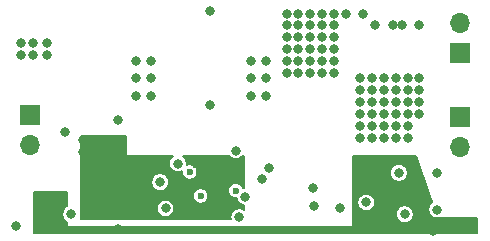
<source format=gbr>
G04 #@! TF.GenerationSoftware,KiCad,Pcbnew,(5.1.2)-2*
G04 #@! TF.CreationDate,2021-10-19T00:11:07+01:00*
G04 #@! TF.ProjectId,HVDCDC,48564443-4443-42e6-9b69-6361645f7063,rev?*
G04 #@! TF.SameCoordinates,Original*
G04 #@! TF.FileFunction,Copper,L3,Inr*
G04 #@! TF.FilePolarity,Positive*
%FSLAX46Y46*%
G04 Gerber Fmt 4.6, Leading zero omitted, Abs format (unit mm)*
G04 Created by KiCad (PCBNEW (5.1.2)-2) date 2021-10-19 00:11:07*
%MOMM*%
%LPD*%
G04 APERTURE LIST*
%ADD10O,1.700000X1.700000*%
%ADD11R,1.700000X1.700000*%
%ADD12C,0.800000*%
%ADD13C,0.600000*%
%ADD14C,0.200000*%
G04 APERTURE END LIST*
D10*
X150200000Y-72340000D03*
D11*
X150200000Y-69800000D03*
D10*
X113800000Y-72140000D03*
D11*
X113800000Y-69600000D03*
D10*
X150200000Y-61810000D03*
D11*
X150200000Y-64350000D03*
D12*
X145250000Y-62000000D03*
X146750000Y-62000000D03*
X144500000Y-62000000D03*
X143000000Y-62000000D03*
X122750000Y-68000000D03*
X122750000Y-66500000D03*
X122750000Y-65000000D03*
X124000000Y-68000000D03*
X124000000Y-66500000D03*
X124000000Y-65000000D03*
X133750000Y-68000000D03*
X132500000Y-68000000D03*
X132500000Y-66500000D03*
X133750000Y-66500000D03*
X133750000Y-65000000D03*
X132500000Y-65000000D03*
X137500000Y-64000000D03*
X136500000Y-64000000D03*
X136500000Y-63000000D03*
X137500000Y-63000000D03*
X138500000Y-63000000D03*
X138500000Y-64000000D03*
X138500000Y-65000000D03*
X137500000Y-65000000D03*
X136500000Y-65000000D03*
X139500000Y-65000000D03*
X139500000Y-64000000D03*
X139500000Y-63000000D03*
X139500000Y-62000000D03*
X138500000Y-62000000D03*
X137500000Y-62000000D03*
X136500000Y-62000000D03*
X139500000Y-61000000D03*
X138500000Y-61000000D03*
X137500000Y-61000000D03*
X136500000Y-61000000D03*
X144750000Y-70500000D03*
X143750000Y-70500000D03*
X142750000Y-70500000D03*
X141750000Y-70500000D03*
X141750000Y-69500000D03*
X142750000Y-69500000D03*
X143750000Y-69500000D03*
X144750000Y-69500000D03*
X145750000Y-69500000D03*
X145750000Y-68500000D03*
X144750000Y-68500000D03*
X143750000Y-68500000D03*
X142750000Y-68500000D03*
X141750000Y-68500000D03*
X141750000Y-67500000D03*
X142750000Y-67500000D03*
X143750000Y-67500000D03*
X144750000Y-67500000D03*
X118250000Y-72750000D03*
X119250000Y-72750000D03*
X120250000Y-72750000D03*
X121250000Y-72750000D03*
X121250000Y-71750000D03*
X120250000Y-71750000D03*
X119250000Y-71750000D03*
X118250000Y-71750000D03*
X117250000Y-78000000D03*
X113000000Y-64500000D03*
X114000000Y-64500000D03*
X115250000Y-64500000D03*
X115250000Y-63500000D03*
X114000000Y-63500000D03*
X113000000Y-63500000D03*
X142000000Y-61000000D03*
X142250000Y-77000000D03*
X125250000Y-77500000D03*
X121250000Y-70000000D03*
X140000000Y-77500000D03*
X148250000Y-74500000D03*
X148239168Y-77599084D03*
X116750000Y-71062510D03*
X112625000Y-79000000D03*
X145000000Y-74500000D03*
X126300000Y-73700004D03*
D13*
X131200000Y-75999999D03*
X127300243Y-74424696D03*
D12*
X131199985Y-72600000D03*
X142000000Y-74000000D03*
X115000000Y-76750000D03*
X121250000Y-79250000D03*
X147900000Y-79375000D03*
X131500000Y-78250016D03*
X145500000Y-78000000D03*
X120000000Y-77000000D03*
X122750000Y-77049968D03*
D13*
X127800000Y-73800000D03*
X131211107Y-75094587D03*
D12*
X141750000Y-66500000D03*
X142750000Y-66500000D03*
X143750000Y-66500000D03*
X144750000Y-66500000D03*
X145750000Y-66500000D03*
X146750000Y-66500000D03*
X146750000Y-67500000D03*
X145750000Y-67500000D03*
X146750000Y-68500000D03*
X146750000Y-69500000D03*
X145750000Y-70500000D03*
X141750000Y-71500000D03*
X142750000Y-71500000D03*
X143750000Y-71500000D03*
X144750000Y-71500000D03*
X145750000Y-71500000D03*
X133450000Y-75040000D03*
X134000000Y-74069998D03*
X132008326Y-76504231D03*
X124787500Y-75287500D03*
D13*
X128225000Y-76460692D03*
D12*
X137750000Y-75750000D03*
X137792659Y-77292663D03*
X135500000Y-61000000D03*
X140500000Y-61000000D03*
X135500000Y-62000000D03*
X139500000Y-66000000D03*
X138500000Y-66000000D03*
X137500000Y-66000000D03*
X136500000Y-66000000D03*
X135500000Y-66000000D03*
X135500000Y-63000000D03*
X135500000Y-64000000D03*
X135500000Y-65000000D03*
X129000000Y-60750000D03*
X129000000Y-68750000D03*
D14*
G36*
X121900000Y-73000000D02*
G01*
X121901921Y-73019509D01*
X121907612Y-73038268D01*
X121916853Y-73055557D01*
X121929289Y-73070711D01*
X121944443Y-73083147D01*
X121961732Y-73092388D01*
X121980491Y-73098079D01*
X122000000Y-73100000D01*
X125848005Y-73100000D01*
X125821903Y-73117441D01*
X125717437Y-73221907D01*
X125635359Y-73344746D01*
X125578822Y-73481237D01*
X125550000Y-73626135D01*
X125550000Y-73773873D01*
X125578822Y-73918771D01*
X125635359Y-74055262D01*
X125717437Y-74178101D01*
X125821903Y-74282567D01*
X125944742Y-74364645D01*
X126081233Y-74421182D01*
X126226131Y-74450004D01*
X126373869Y-74450004D01*
X126518767Y-74421182D01*
X126650243Y-74366722D01*
X126650243Y-74488715D01*
X126675222Y-74614294D01*
X126724221Y-74732586D01*
X126795355Y-74839047D01*
X126885892Y-74929584D01*
X126992353Y-75000718D01*
X127110645Y-75049717D01*
X127236224Y-75074696D01*
X127364262Y-75074696D01*
X127489841Y-75049717D01*
X127608133Y-75000718D01*
X127714594Y-74929584D01*
X127805131Y-74839047D01*
X127876265Y-74732586D01*
X127925264Y-74614294D01*
X127950243Y-74488715D01*
X127950243Y-74360677D01*
X127925264Y-74235098D01*
X127876265Y-74116806D01*
X127805131Y-74010345D01*
X127714594Y-73919808D01*
X127608133Y-73848674D01*
X127489841Y-73799675D01*
X127364262Y-73774696D01*
X127236224Y-73774696D01*
X127110645Y-73799675D01*
X127038961Y-73829368D01*
X127050000Y-73773873D01*
X127050000Y-73626135D01*
X127021178Y-73481237D01*
X126964641Y-73344746D01*
X126882563Y-73221907D01*
X126778097Y-73117441D01*
X126751995Y-73100000D01*
X130639325Y-73100000D01*
X130721888Y-73182563D01*
X130844727Y-73264641D01*
X130981218Y-73321178D01*
X131126116Y-73350000D01*
X131273854Y-73350000D01*
X131418752Y-73321178D01*
X131555243Y-73264641D01*
X131678082Y-73182563D01*
X131760645Y-73100000D01*
X131900000Y-73100000D01*
X131900000Y-75761085D01*
X131811856Y-75778618D01*
X131776022Y-75692109D01*
X131704888Y-75585648D01*
X131614351Y-75495111D01*
X131507890Y-75423977D01*
X131389598Y-75374978D01*
X131264019Y-75349999D01*
X131135981Y-75349999D01*
X131010402Y-75374978D01*
X130892110Y-75423977D01*
X130785649Y-75495111D01*
X130695112Y-75585648D01*
X130623978Y-75692109D01*
X130574979Y-75810401D01*
X130550000Y-75935980D01*
X130550000Y-76064018D01*
X130574979Y-76189597D01*
X130623978Y-76307889D01*
X130695112Y-76414350D01*
X130785649Y-76504887D01*
X130892110Y-76576021D01*
X131010402Y-76625020D01*
X131135981Y-76649999D01*
X131264019Y-76649999D01*
X131272300Y-76648352D01*
X131287148Y-76722998D01*
X131343685Y-76859489D01*
X131425763Y-76982328D01*
X131530229Y-77086794D01*
X131653068Y-77168872D01*
X131789559Y-77225409D01*
X131900000Y-77247377D01*
X131900000Y-77615271D01*
X131855258Y-77585375D01*
X131718767Y-77528838D01*
X131573869Y-77500016D01*
X131426131Y-77500016D01*
X131281233Y-77528838D01*
X131144742Y-77585375D01*
X131021903Y-77667453D01*
X130917437Y-77771919D01*
X130835359Y-77894758D01*
X130778822Y-78031249D01*
X130750000Y-78176147D01*
X130750000Y-78323885D01*
X130765140Y-78400000D01*
X118100000Y-78400000D01*
X118100000Y-77426131D01*
X124500000Y-77426131D01*
X124500000Y-77573869D01*
X124528822Y-77718767D01*
X124585359Y-77855258D01*
X124667437Y-77978097D01*
X124771903Y-78082563D01*
X124894742Y-78164641D01*
X125031233Y-78221178D01*
X125176131Y-78250000D01*
X125323869Y-78250000D01*
X125468767Y-78221178D01*
X125605258Y-78164641D01*
X125728097Y-78082563D01*
X125832563Y-77978097D01*
X125914641Y-77855258D01*
X125971178Y-77718767D01*
X126000000Y-77573869D01*
X126000000Y-77426131D01*
X125971178Y-77281233D01*
X125914641Y-77144742D01*
X125832563Y-77021903D01*
X125728097Y-76917437D01*
X125605258Y-76835359D01*
X125468767Y-76778822D01*
X125323869Y-76750000D01*
X125176131Y-76750000D01*
X125031233Y-76778822D01*
X124894742Y-76835359D01*
X124771903Y-76917437D01*
X124667437Y-77021903D01*
X124585359Y-77144742D01*
X124528822Y-77281233D01*
X124500000Y-77426131D01*
X118100000Y-77426131D01*
X118100000Y-76396673D01*
X127575000Y-76396673D01*
X127575000Y-76524711D01*
X127599979Y-76650290D01*
X127648978Y-76768582D01*
X127720112Y-76875043D01*
X127810649Y-76965580D01*
X127917110Y-77036714D01*
X128035402Y-77085713D01*
X128160981Y-77110692D01*
X128289019Y-77110692D01*
X128414598Y-77085713D01*
X128532890Y-77036714D01*
X128639351Y-76965580D01*
X128729888Y-76875043D01*
X128801022Y-76768582D01*
X128850021Y-76650290D01*
X128875000Y-76524711D01*
X128875000Y-76396673D01*
X128850021Y-76271094D01*
X128801022Y-76152802D01*
X128729888Y-76046341D01*
X128639351Y-75955804D01*
X128532890Y-75884670D01*
X128414598Y-75835671D01*
X128289019Y-75810692D01*
X128160981Y-75810692D01*
X128035402Y-75835671D01*
X127917110Y-75884670D01*
X127810649Y-75955804D01*
X127720112Y-76046341D01*
X127648978Y-76152802D01*
X127599979Y-76271094D01*
X127575000Y-76396673D01*
X118100000Y-76396673D01*
X118100000Y-75213631D01*
X124037500Y-75213631D01*
X124037500Y-75361369D01*
X124066322Y-75506267D01*
X124122859Y-75642758D01*
X124204937Y-75765597D01*
X124309403Y-75870063D01*
X124432242Y-75952141D01*
X124568733Y-76008678D01*
X124713631Y-76037500D01*
X124861369Y-76037500D01*
X125006267Y-76008678D01*
X125142758Y-75952141D01*
X125265597Y-75870063D01*
X125370063Y-75765597D01*
X125452141Y-75642758D01*
X125508678Y-75506267D01*
X125537500Y-75361369D01*
X125537500Y-75213631D01*
X125508678Y-75068733D01*
X125452141Y-74932242D01*
X125370063Y-74809403D01*
X125265597Y-74704937D01*
X125142758Y-74622859D01*
X125006267Y-74566322D01*
X124861369Y-74537500D01*
X124713631Y-74537500D01*
X124568733Y-74566322D01*
X124432242Y-74622859D01*
X124309403Y-74704937D01*
X124204937Y-74809403D01*
X124122859Y-74932242D01*
X124066322Y-75068733D01*
X124037500Y-75213631D01*
X118100000Y-75213631D01*
X118100000Y-71350000D01*
X121900000Y-71350000D01*
X121900000Y-73000000D01*
X121900000Y-73000000D01*
G37*
X121900000Y-73000000D02*
X121901921Y-73019509D01*
X121907612Y-73038268D01*
X121916853Y-73055557D01*
X121929289Y-73070711D01*
X121944443Y-73083147D01*
X121961732Y-73092388D01*
X121980491Y-73098079D01*
X122000000Y-73100000D01*
X125848005Y-73100000D01*
X125821903Y-73117441D01*
X125717437Y-73221907D01*
X125635359Y-73344746D01*
X125578822Y-73481237D01*
X125550000Y-73626135D01*
X125550000Y-73773873D01*
X125578822Y-73918771D01*
X125635359Y-74055262D01*
X125717437Y-74178101D01*
X125821903Y-74282567D01*
X125944742Y-74364645D01*
X126081233Y-74421182D01*
X126226131Y-74450004D01*
X126373869Y-74450004D01*
X126518767Y-74421182D01*
X126650243Y-74366722D01*
X126650243Y-74488715D01*
X126675222Y-74614294D01*
X126724221Y-74732586D01*
X126795355Y-74839047D01*
X126885892Y-74929584D01*
X126992353Y-75000718D01*
X127110645Y-75049717D01*
X127236224Y-75074696D01*
X127364262Y-75074696D01*
X127489841Y-75049717D01*
X127608133Y-75000718D01*
X127714594Y-74929584D01*
X127805131Y-74839047D01*
X127876265Y-74732586D01*
X127925264Y-74614294D01*
X127950243Y-74488715D01*
X127950243Y-74360677D01*
X127925264Y-74235098D01*
X127876265Y-74116806D01*
X127805131Y-74010345D01*
X127714594Y-73919808D01*
X127608133Y-73848674D01*
X127489841Y-73799675D01*
X127364262Y-73774696D01*
X127236224Y-73774696D01*
X127110645Y-73799675D01*
X127038961Y-73829368D01*
X127050000Y-73773873D01*
X127050000Y-73626135D01*
X127021178Y-73481237D01*
X126964641Y-73344746D01*
X126882563Y-73221907D01*
X126778097Y-73117441D01*
X126751995Y-73100000D01*
X130639325Y-73100000D01*
X130721888Y-73182563D01*
X130844727Y-73264641D01*
X130981218Y-73321178D01*
X131126116Y-73350000D01*
X131273854Y-73350000D01*
X131418752Y-73321178D01*
X131555243Y-73264641D01*
X131678082Y-73182563D01*
X131760645Y-73100000D01*
X131900000Y-73100000D01*
X131900000Y-75761085D01*
X131811856Y-75778618D01*
X131776022Y-75692109D01*
X131704888Y-75585648D01*
X131614351Y-75495111D01*
X131507890Y-75423977D01*
X131389598Y-75374978D01*
X131264019Y-75349999D01*
X131135981Y-75349999D01*
X131010402Y-75374978D01*
X130892110Y-75423977D01*
X130785649Y-75495111D01*
X130695112Y-75585648D01*
X130623978Y-75692109D01*
X130574979Y-75810401D01*
X130550000Y-75935980D01*
X130550000Y-76064018D01*
X130574979Y-76189597D01*
X130623978Y-76307889D01*
X130695112Y-76414350D01*
X130785649Y-76504887D01*
X130892110Y-76576021D01*
X131010402Y-76625020D01*
X131135981Y-76649999D01*
X131264019Y-76649999D01*
X131272300Y-76648352D01*
X131287148Y-76722998D01*
X131343685Y-76859489D01*
X131425763Y-76982328D01*
X131530229Y-77086794D01*
X131653068Y-77168872D01*
X131789559Y-77225409D01*
X131900000Y-77247377D01*
X131900000Y-77615271D01*
X131855258Y-77585375D01*
X131718767Y-77528838D01*
X131573869Y-77500016D01*
X131426131Y-77500016D01*
X131281233Y-77528838D01*
X131144742Y-77585375D01*
X131021903Y-77667453D01*
X130917437Y-77771919D01*
X130835359Y-77894758D01*
X130778822Y-78031249D01*
X130750000Y-78176147D01*
X130750000Y-78323885D01*
X130765140Y-78400000D01*
X118100000Y-78400000D01*
X118100000Y-77426131D01*
X124500000Y-77426131D01*
X124500000Y-77573869D01*
X124528822Y-77718767D01*
X124585359Y-77855258D01*
X124667437Y-77978097D01*
X124771903Y-78082563D01*
X124894742Y-78164641D01*
X125031233Y-78221178D01*
X125176131Y-78250000D01*
X125323869Y-78250000D01*
X125468767Y-78221178D01*
X125605258Y-78164641D01*
X125728097Y-78082563D01*
X125832563Y-77978097D01*
X125914641Y-77855258D01*
X125971178Y-77718767D01*
X126000000Y-77573869D01*
X126000000Y-77426131D01*
X125971178Y-77281233D01*
X125914641Y-77144742D01*
X125832563Y-77021903D01*
X125728097Y-76917437D01*
X125605258Y-76835359D01*
X125468767Y-76778822D01*
X125323869Y-76750000D01*
X125176131Y-76750000D01*
X125031233Y-76778822D01*
X124894742Y-76835359D01*
X124771903Y-76917437D01*
X124667437Y-77021903D01*
X124585359Y-77144742D01*
X124528822Y-77281233D01*
X124500000Y-77426131D01*
X118100000Y-77426131D01*
X118100000Y-76396673D01*
X127575000Y-76396673D01*
X127575000Y-76524711D01*
X127599979Y-76650290D01*
X127648978Y-76768582D01*
X127720112Y-76875043D01*
X127810649Y-76965580D01*
X127917110Y-77036714D01*
X128035402Y-77085713D01*
X128160981Y-77110692D01*
X128289019Y-77110692D01*
X128414598Y-77085713D01*
X128532890Y-77036714D01*
X128639351Y-76965580D01*
X128729888Y-76875043D01*
X128801022Y-76768582D01*
X128850021Y-76650290D01*
X128875000Y-76524711D01*
X128875000Y-76396673D01*
X128850021Y-76271094D01*
X128801022Y-76152802D01*
X128729888Y-76046341D01*
X128639351Y-75955804D01*
X128532890Y-75884670D01*
X128414598Y-75835671D01*
X128289019Y-75810692D01*
X128160981Y-75810692D01*
X128035402Y-75835671D01*
X127917110Y-75884670D01*
X127810649Y-75955804D01*
X127720112Y-76046341D01*
X127648978Y-76152802D01*
X127599979Y-76271094D01*
X127575000Y-76396673D01*
X118100000Y-76396673D01*
X118100000Y-75213631D01*
X124037500Y-75213631D01*
X124037500Y-75361369D01*
X124066322Y-75506267D01*
X124122859Y-75642758D01*
X124204937Y-75765597D01*
X124309403Y-75870063D01*
X124432242Y-75952141D01*
X124568733Y-76008678D01*
X124713631Y-76037500D01*
X124861369Y-76037500D01*
X125006267Y-76008678D01*
X125142758Y-75952141D01*
X125265597Y-75870063D01*
X125370063Y-75765597D01*
X125452141Y-75642758D01*
X125508678Y-75506267D01*
X125537500Y-75361369D01*
X125537500Y-75213631D01*
X125508678Y-75068733D01*
X125452141Y-74932242D01*
X125370063Y-74809403D01*
X125265597Y-74704937D01*
X125142758Y-74622859D01*
X125006267Y-74566322D01*
X124861369Y-74537500D01*
X124713631Y-74537500D01*
X124568733Y-74566322D01*
X124432242Y-74622859D01*
X124309403Y-74704937D01*
X124204937Y-74809403D01*
X124122859Y-74932242D01*
X124066322Y-75068733D01*
X124037500Y-75213631D01*
X118100000Y-75213631D01*
X118100000Y-71350000D01*
X121900000Y-71350000D01*
X121900000Y-73000000D01*
G36*
X147801917Y-76989228D02*
G01*
X147761071Y-77016521D01*
X147656605Y-77120987D01*
X147574527Y-77243826D01*
X147517990Y-77380317D01*
X147489168Y-77525215D01*
X147489168Y-77672953D01*
X147517990Y-77817851D01*
X147574527Y-77954342D01*
X147656605Y-78077181D01*
X147761071Y-78181647D01*
X147883910Y-78263725D01*
X147902503Y-78271426D01*
X147907612Y-78288268D01*
X147916853Y-78305557D01*
X147929289Y-78320711D01*
X147944443Y-78333147D01*
X147961732Y-78342388D01*
X147980491Y-78348079D01*
X148000000Y-78350000D01*
X151625001Y-78350000D01*
X151625001Y-79625000D01*
X114100000Y-79625000D01*
X114100000Y-76100000D01*
X116900000Y-76100000D01*
X116900000Y-77333181D01*
X116894742Y-77335359D01*
X116771903Y-77417437D01*
X116667437Y-77521903D01*
X116585359Y-77644742D01*
X116528822Y-77781233D01*
X116500000Y-77926131D01*
X116500000Y-78073869D01*
X116528822Y-78218767D01*
X116585359Y-78355258D01*
X116667437Y-78478097D01*
X116771903Y-78582563D01*
X116894742Y-78664641D01*
X116900000Y-78666819D01*
X116900000Y-79000000D01*
X116901921Y-79019509D01*
X116907612Y-79038268D01*
X116916853Y-79055557D01*
X116929289Y-79070711D01*
X116944443Y-79083147D01*
X116961732Y-79092388D01*
X116980491Y-79098079D01*
X117000000Y-79100000D01*
X141000000Y-79100000D01*
X141019509Y-79098079D01*
X141038268Y-79092388D01*
X141055557Y-79083147D01*
X141070711Y-79070711D01*
X141083147Y-79055557D01*
X141092388Y-79038268D01*
X141098079Y-79019509D01*
X141100000Y-79000000D01*
X141100000Y-77926131D01*
X144750000Y-77926131D01*
X144750000Y-78073869D01*
X144778822Y-78218767D01*
X144835359Y-78355258D01*
X144917437Y-78478097D01*
X145021903Y-78582563D01*
X145144742Y-78664641D01*
X145281233Y-78721178D01*
X145426131Y-78750000D01*
X145573869Y-78750000D01*
X145718767Y-78721178D01*
X145855258Y-78664641D01*
X145978097Y-78582563D01*
X146082563Y-78478097D01*
X146164641Y-78355258D01*
X146221178Y-78218767D01*
X146250000Y-78073869D01*
X146250000Y-77926131D01*
X146221178Y-77781233D01*
X146164641Y-77644742D01*
X146082563Y-77521903D01*
X145978097Y-77417437D01*
X145855258Y-77335359D01*
X145718767Y-77278822D01*
X145573869Y-77250000D01*
X145426131Y-77250000D01*
X145281233Y-77278822D01*
X145144742Y-77335359D01*
X145021903Y-77417437D01*
X144917437Y-77521903D01*
X144835359Y-77644742D01*
X144778822Y-77781233D01*
X144750000Y-77926131D01*
X141100000Y-77926131D01*
X141100000Y-76926131D01*
X141500000Y-76926131D01*
X141500000Y-77073869D01*
X141528822Y-77218767D01*
X141585359Y-77355258D01*
X141667437Y-77478097D01*
X141771903Y-77582563D01*
X141894742Y-77664641D01*
X142031233Y-77721178D01*
X142176131Y-77750000D01*
X142323869Y-77750000D01*
X142468767Y-77721178D01*
X142605258Y-77664641D01*
X142728097Y-77582563D01*
X142832563Y-77478097D01*
X142914641Y-77355258D01*
X142971178Y-77218767D01*
X143000000Y-77073869D01*
X143000000Y-76926131D01*
X142971178Y-76781233D01*
X142914641Y-76644742D01*
X142832563Y-76521903D01*
X142728097Y-76417437D01*
X142605258Y-76335359D01*
X142468767Y-76278822D01*
X142323869Y-76250000D01*
X142176131Y-76250000D01*
X142031233Y-76278822D01*
X141894742Y-76335359D01*
X141771903Y-76417437D01*
X141667437Y-76521903D01*
X141585359Y-76644742D01*
X141528822Y-76781233D01*
X141500000Y-76926131D01*
X141100000Y-76926131D01*
X141100000Y-74426131D01*
X144250000Y-74426131D01*
X144250000Y-74573869D01*
X144278822Y-74718767D01*
X144335359Y-74855258D01*
X144417437Y-74978097D01*
X144521903Y-75082563D01*
X144644742Y-75164641D01*
X144781233Y-75221178D01*
X144926131Y-75250000D01*
X145073869Y-75250000D01*
X145218767Y-75221178D01*
X145355258Y-75164641D01*
X145478097Y-75082563D01*
X145582563Y-74978097D01*
X145664641Y-74855258D01*
X145721178Y-74718767D01*
X145750000Y-74573869D01*
X145750000Y-74426131D01*
X145721178Y-74281233D01*
X145664641Y-74144742D01*
X145582563Y-74021903D01*
X145478097Y-73917437D01*
X145355258Y-73835359D01*
X145218767Y-73778822D01*
X145073869Y-73750000D01*
X144926131Y-73750000D01*
X144781233Y-73778822D01*
X144644742Y-73835359D01*
X144521903Y-73917437D01*
X144417437Y-74021903D01*
X144335359Y-74144742D01*
X144278822Y-74281233D01*
X144250000Y-74426131D01*
X141100000Y-74426131D01*
X141100000Y-73100000D01*
X146429249Y-73100000D01*
X147801917Y-76989228D01*
X147801917Y-76989228D01*
G37*
X147801917Y-76989228D02*
X147761071Y-77016521D01*
X147656605Y-77120987D01*
X147574527Y-77243826D01*
X147517990Y-77380317D01*
X147489168Y-77525215D01*
X147489168Y-77672953D01*
X147517990Y-77817851D01*
X147574527Y-77954342D01*
X147656605Y-78077181D01*
X147761071Y-78181647D01*
X147883910Y-78263725D01*
X147902503Y-78271426D01*
X147907612Y-78288268D01*
X147916853Y-78305557D01*
X147929289Y-78320711D01*
X147944443Y-78333147D01*
X147961732Y-78342388D01*
X147980491Y-78348079D01*
X148000000Y-78350000D01*
X151625001Y-78350000D01*
X151625001Y-79625000D01*
X114100000Y-79625000D01*
X114100000Y-76100000D01*
X116900000Y-76100000D01*
X116900000Y-77333181D01*
X116894742Y-77335359D01*
X116771903Y-77417437D01*
X116667437Y-77521903D01*
X116585359Y-77644742D01*
X116528822Y-77781233D01*
X116500000Y-77926131D01*
X116500000Y-78073869D01*
X116528822Y-78218767D01*
X116585359Y-78355258D01*
X116667437Y-78478097D01*
X116771903Y-78582563D01*
X116894742Y-78664641D01*
X116900000Y-78666819D01*
X116900000Y-79000000D01*
X116901921Y-79019509D01*
X116907612Y-79038268D01*
X116916853Y-79055557D01*
X116929289Y-79070711D01*
X116944443Y-79083147D01*
X116961732Y-79092388D01*
X116980491Y-79098079D01*
X117000000Y-79100000D01*
X141000000Y-79100000D01*
X141019509Y-79098079D01*
X141038268Y-79092388D01*
X141055557Y-79083147D01*
X141070711Y-79070711D01*
X141083147Y-79055557D01*
X141092388Y-79038268D01*
X141098079Y-79019509D01*
X141100000Y-79000000D01*
X141100000Y-77926131D01*
X144750000Y-77926131D01*
X144750000Y-78073869D01*
X144778822Y-78218767D01*
X144835359Y-78355258D01*
X144917437Y-78478097D01*
X145021903Y-78582563D01*
X145144742Y-78664641D01*
X145281233Y-78721178D01*
X145426131Y-78750000D01*
X145573869Y-78750000D01*
X145718767Y-78721178D01*
X145855258Y-78664641D01*
X145978097Y-78582563D01*
X146082563Y-78478097D01*
X146164641Y-78355258D01*
X146221178Y-78218767D01*
X146250000Y-78073869D01*
X146250000Y-77926131D01*
X146221178Y-77781233D01*
X146164641Y-77644742D01*
X146082563Y-77521903D01*
X145978097Y-77417437D01*
X145855258Y-77335359D01*
X145718767Y-77278822D01*
X145573869Y-77250000D01*
X145426131Y-77250000D01*
X145281233Y-77278822D01*
X145144742Y-77335359D01*
X145021903Y-77417437D01*
X144917437Y-77521903D01*
X144835359Y-77644742D01*
X144778822Y-77781233D01*
X144750000Y-77926131D01*
X141100000Y-77926131D01*
X141100000Y-76926131D01*
X141500000Y-76926131D01*
X141500000Y-77073869D01*
X141528822Y-77218767D01*
X141585359Y-77355258D01*
X141667437Y-77478097D01*
X141771903Y-77582563D01*
X141894742Y-77664641D01*
X142031233Y-77721178D01*
X142176131Y-77750000D01*
X142323869Y-77750000D01*
X142468767Y-77721178D01*
X142605258Y-77664641D01*
X142728097Y-77582563D01*
X142832563Y-77478097D01*
X142914641Y-77355258D01*
X142971178Y-77218767D01*
X143000000Y-77073869D01*
X143000000Y-76926131D01*
X142971178Y-76781233D01*
X142914641Y-76644742D01*
X142832563Y-76521903D01*
X142728097Y-76417437D01*
X142605258Y-76335359D01*
X142468767Y-76278822D01*
X142323869Y-76250000D01*
X142176131Y-76250000D01*
X142031233Y-76278822D01*
X141894742Y-76335359D01*
X141771903Y-76417437D01*
X141667437Y-76521903D01*
X141585359Y-76644742D01*
X141528822Y-76781233D01*
X141500000Y-76926131D01*
X141100000Y-76926131D01*
X141100000Y-74426131D01*
X144250000Y-74426131D01*
X144250000Y-74573869D01*
X144278822Y-74718767D01*
X144335359Y-74855258D01*
X144417437Y-74978097D01*
X144521903Y-75082563D01*
X144644742Y-75164641D01*
X144781233Y-75221178D01*
X144926131Y-75250000D01*
X145073869Y-75250000D01*
X145218767Y-75221178D01*
X145355258Y-75164641D01*
X145478097Y-75082563D01*
X145582563Y-74978097D01*
X145664641Y-74855258D01*
X145721178Y-74718767D01*
X145750000Y-74573869D01*
X145750000Y-74426131D01*
X145721178Y-74281233D01*
X145664641Y-74144742D01*
X145582563Y-74021903D01*
X145478097Y-73917437D01*
X145355258Y-73835359D01*
X145218767Y-73778822D01*
X145073869Y-73750000D01*
X144926131Y-73750000D01*
X144781233Y-73778822D01*
X144644742Y-73835359D01*
X144521903Y-73917437D01*
X144417437Y-74021903D01*
X144335359Y-74144742D01*
X144278822Y-74281233D01*
X144250000Y-74426131D01*
X141100000Y-74426131D01*
X141100000Y-73100000D01*
X146429249Y-73100000D01*
X147801917Y-76989228D01*
M02*

</source>
